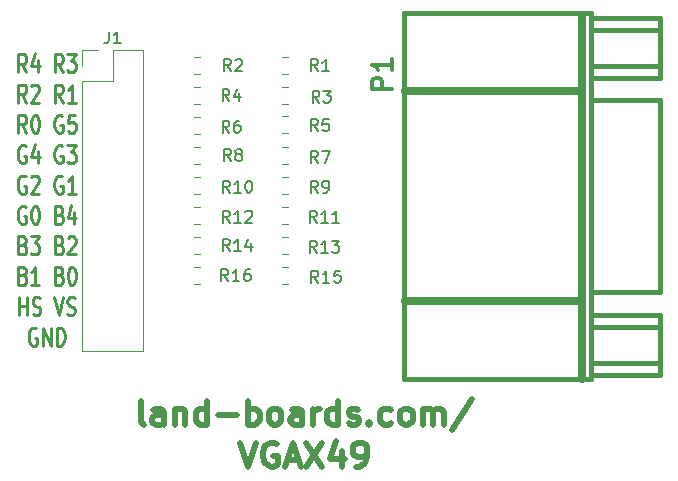
<source format=gto>
G04 #@! TF.GenerationSoftware,KiCad,Pcbnew,(5.0.2)-1*
G04 #@! TF.CreationDate,2019-11-20T06:23:08-05:00*
G04 #@! TF.ProjectId,VGAX49,56474158-3439-42e6-9b69-6361645f7063,X1*
G04 #@! TF.SameCoordinates,Original*
G04 #@! TF.FileFunction,Legend,Top*
G04 #@! TF.FilePolarity,Positive*
%FSLAX46Y46*%
G04 Gerber Fmt 4.6, Leading zero omitted, Abs format (unit mm)*
G04 Created by KiCad (PCBNEW (5.0.2)-1) date 11/20/2019 6:23:08 AM*
%MOMM*%
%LPD*%
G01*
G04 APERTURE LIST*
%ADD10C,0.285750*%
%ADD11C,0.508000*%
%ADD12C,0.120000*%
%ADD13C,0.650000*%
%ADD14C,0.381000*%
%ADD15C,0.150000*%
%ADD16C,0.317500*%
G04 APERTURE END LIST*
D10*
X11593285Y-24295553D02*
X11212285Y-23569839D01*
X10940142Y-24295553D02*
X10940142Y-22771553D01*
X11375571Y-22771553D01*
X11484428Y-22844125D01*
X11538857Y-22916696D01*
X11593285Y-23061839D01*
X11593285Y-23279553D01*
X11538857Y-23424696D01*
X11484428Y-23497267D01*
X11375571Y-23569839D01*
X10940142Y-23569839D01*
X12573000Y-23279553D02*
X12573000Y-24295553D01*
X12300857Y-22698982D02*
X12028714Y-23787553D01*
X12736285Y-23787553D01*
X14695714Y-24295553D02*
X14314714Y-23569839D01*
X14042571Y-24295553D02*
X14042571Y-22771553D01*
X14478000Y-22771553D01*
X14586857Y-22844125D01*
X14641285Y-22916696D01*
X14695714Y-23061839D01*
X14695714Y-23279553D01*
X14641285Y-23424696D01*
X14586857Y-23497267D01*
X14478000Y-23569839D01*
X14042571Y-23569839D01*
X15076714Y-22771553D02*
X15784285Y-22771553D01*
X15403285Y-23352125D01*
X15566571Y-23352125D01*
X15675428Y-23424696D01*
X15729857Y-23497267D01*
X15784285Y-23642410D01*
X15784285Y-24005267D01*
X15729857Y-24150410D01*
X15675428Y-24222982D01*
X15566571Y-24295553D01*
X15240000Y-24295553D01*
X15131142Y-24222982D01*
X15076714Y-24150410D01*
X11593285Y-26867303D02*
X11212285Y-26141589D01*
X10940142Y-26867303D02*
X10940142Y-25343303D01*
X11375571Y-25343303D01*
X11484428Y-25415875D01*
X11538857Y-25488446D01*
X11593285Y-25633589D01*
X11593285Y-25851303D01*
X11538857Y-25996446D01*
X11484428Y-26069017D01*
X11375571Y-26141589D01*
X10940142Y-26141589D01*
X12028714Y-25488446D02*
X12083142Y-25415875D01*
X12192000Y-25343303D01*
X12464142Y-25343303D01*
X12573000Y-25415875D01*
X12627428Y-25488446D01*
X12681857Y-25633589D01*
X12681857Y-25778732D01*
X12627428Y-25996446D01*
X11974285Y-26867303D01*
X12681857Y-26867303D01*
X14695714Y-26867303D02*
X14314714Y-26141589D01*
X14042571Y-26867303D02*
X14042571Y-25343303D01*
X14478000Y-25343303D01*
X14586857Y-25415875D01*
X14641285Y-25488446D01*
X14695714Y-25633589D01*
X14695714Y-25851303D01*
X14641285Y-25996446D01*
X14586857Y-26069017D01*
X14478000Y-26141589D01*
X14042571Y-26141589D01*
X15784285Y-26867303D02*
X15131142Y-26867303D01*
X15457714Y-26867303D02*
X15457714Y-25343303D01*
X15348857Y-25561017D01*
X15240000Y-25706160D01*
X15131142Y-25778732D01*
X11593285Y-29439053D02*
X11212285Y-28713339D01*
X10940142Y-29439053D02*
X10940142Y-27915053D01*
X11375571Y-27915053D01*
X11484428Y-27987625D01*
X11538857Y-28060196D01*
X11593285Y-28205339D01*
X11593285Y-28423053D01*
X11538857Y-28568196D01*
X11484428Y-28640767D01*
X11375571Y-28713339D01*
X10940142Y-28713339D01*
X12300857Y-27915053D02*
X12409714Y-27915053D01*
X12518571Y-27987625D01*
X12573000Y-28060196D01*
X12627428Y-28205339D01*
X12681857Y-28495625D01*
X12681857Y-28858482D01*
X12627428Y-29148767D01*
X12573000Y-29293910D01*
X12518571Y-29366482D01*
X12409714Y-29439053D01*
X12300857Y-29439053D01*
X12192000Y-29366482D01*
X12137571Y-29293910D01*
X12083142Y-29148767D01*
X12028714Y-28858482D01*
X12028714Y-28495625D01*
X12083142Y-28205339D01*
X12137571Y-28060196D01*
X12192000Y-27987625D01*
X12300857Y-27915053D01*
X14641285Y-27987625D02*
X14532428Y-27915053D01*
X14369142Y-27915053D01*
X14205857Y-27987625D01*
X14097000Y-28132767D01*
X14042571Y-28277910D01*
X13988142Y-28568196D01*
X13988142Y-28785910D01*
X14042571Y-29076196D01*
X14097000Y-29221339D01*
X14205857Y-29366482D01*
X14369142Y-29439053D01*
X14478000Y-29439053D01*
X14641285Y-29366482D01*
X14695714Y-29293910D01*
X14695714Y-28785910D01*
X14478000Y-28785910D01*
X15729857Y-27915053D02*
X15185571Y-27915053D01*
X15131142Y-28640767D01*
X15185571Y-28568196D01*
X15294428Y-28495625D01*
X15566571Y-28495625D01*
X15675428Y-28568196D01*
X15729857Y-28640767D01*
X15784285Y-28785910D01*
X15784285Y-29148767D01*
X15729857Y-29293910D01*
X15675428Y-29366482D01*
X15566571Y-29439053D01*
X15294428Y-29439053D01*
X15185571Y-29366482D01*
X15131142Y-29293910D01*
X11538857Y-30559375D02*
X11430000Y-30486803D01*
X11266714Y-30486803D01*
X11103428Y-30559375D01*
X10994571Y-30704517D01*
X10940142Y-30849660D01*
X10885714Y-31139946D01*
X10885714Y-31357660D01*
X10940142Y-31647946D01*
X10994571Y-31793089D01*
X11103428Y-31938232D01*
X11266714Y-32010803D01*
X11375571Y-32010803D01*
X11538857Y-31938232D01*
X11593285Y-31865660D01*
X11593285Y-31357660D01*
X11375571Y-31357660D01*
X12573000Y-30994803D02*
X12573000Y-32010803D01*
X12300857Y-30414232D02*
X12028714Y-31502803D01*
X12736285Y-31502803D01*
X14641285Y-30559375D02*
X14532428Y-30486803D01*
X14369142Y-30486803D01*
X14205857Y-30559375D01*
X14097000Y-30704517D01*
X14042571Y-30849660D01*
X13988142Y-31139946D01*
X13988142Y-31357660D01*
X14042571Y-31647946D01*
X14097000Y-31793089D01*
X14205857Y-31938232D01*
X14369142Y-32010803D01*
X14478000Y-32010803D01*
X14641285Y-31938232D01*
X14695714Y-31865660D01*
X14695714Y-31357660D01*
X14478000Y-31357660D01*
X15076714Y-30486803D02*
X15784285Y-30486803D01*
X15403285Y-31067375D01*
X15566571Y-31067375D01*
X15675428Y-31139946D01*
X15729857Y-31212517D01*
X15784285Y-31357660D01*
X15784285Y-31720517D01*
X15729857Y-31865660D01*
X15675428Y-31938232D01*
X15566571Y-32010803D01*
X15240000Y-32010803D01*
X15131142Y-31938232D01*
X15076714Y-31865660D01*
X11538857Y-33131125D02*
X11430000Y-33058553D01*
X11266714Y-33058553D01*
X11103428Y-33131125D01*
X10994571Y-33276267D01*
X10940142Y-33421410D01*
X10885714Y-33711696D01*
X10885714Y-33929410D01*
X10940142Y-34219696D01*
X10994571Y-34364839D01*
X11103428Y-34509982D01*
X11266714Y-34582553D01*
X11375571Y-34582553D01*
X11538857Y-34509982D01*
X11593285Y-34437410D01*
X11593285Y-33929410D01*
X11375571Y-33929410D01*
X12028714Y-33203696D02*
X12083142Y-33131125D01*
X12192000Y-33058553D01*
X12464142Y-33058553D01*
X12573000Y-33131125D01*
X12627428Y-33203696D01*
X12681857Y-33348839D01*
X12681857Y-33493982D01*
X12627428Y-33711696D01*
X11974285Y-34582553D01*
X12681857Y-34582553D01*
X14641285Y-33131125D02*
X14532428Y-33058553D01*
X14369142Y-33058553D01*
X14205857Y-33131125D01*
X14097000Y-33276267D01*
X14042571Y-33421410D01*
X13988142Y-33711696D01*
X13988142Y-33929410D01*
X14042571Y-34219696D01*
X14097000Y-34364839D01*
X14205857Y-34509982D01*
X14369142Y-34582553D01*
X14478000Y-34582553D01*
X14641285Y-34509982D01*
X14695714Y-34437410D01*
X14695714Y-33929410D01*
X14478000Y-33929410D01*
X15784285Y-34582553D02*
X15131142Y-34582553D01*
X15457714Y-34582553D02*
X15457714Y-33058553D01*
X15348857Y-33276267D01*
X15240000Y-33421410D01*
X15131142Y-33493982D01*
X11538857Y-35702875D02*
X11430000Y-35630303D01*
X11266714Y-35630303D01*
X11103428Y-35702875D01*
X10994571Y-35848017D01*
X10940142Y-35993160D01*
X10885714Y-36283446D01*
X10885714Y-36501160D01*
X10940142Y-36791446D01*
X10994571Y-36936589D01*
X11103428Y-37081732D01*
X11266714Y-37154303D01*
X11375571Y-37154303D01*
X11538857Y-37081732D01*
X11593285Y-37009160D01*
X11593285Y-36501160D01*
X11375571Y-36501160D01*
X12300857Y-35630303D02*
X12409714Y-35630303D01*
X12518571Y-35702875D01*
X12573000Y-35775446D01*
X12627428Y-35920589D01*
X12681857Y-36210875D01*
X12681857Y-36573732D01*
X12627428Y-36864017D01*
X12573000Y-37009160D01*
X12518571Y-37081732D01*
X12409714Y-37154303D01*
X12300857Y-37154303D01*
X12192000Y-37081732D01*
X12137571Y-37009160D01*
X12083142Y-36864017D01*
X12028714Y-36573732D01*
X12028714Y-36210875D01*
X12083142Y-35920589D01*
X12137571Y-35775446D01*
X12192000Y-35702875D01*
X12300857Y-35630303D01*
X14423571Y-36356017D02*
X14586857Y-36428589D01*
X14641285Y-36501160D01*
X14695714Y-36646303D01*
X14695714Y-36864017D01*
X14641285Y-37009160D01*
X14586857Y-37081732D01*
X14478000Y-37154303D01*
X14042571Y-37154303D01*
X14042571Y-35630303D01*
X14423571Y-35630303D01*
X14532428Y-35702875D01*
X14586857Y-35775446D01*
X14641285Y-35920589D01*
X14641285Y-36065732D01*
X14586857Y-36210875D01*
X14532428Y-36283446D01*
X14423571Y-36356017D01*
X14042571Y-36356017D01*
X15675428Y-36138303D02*
X15675428Y-37154303D01*
X15403285Y-35557732D02*
X15131142Y-36646303D01*
X15838714Y-36646303D01*
X11321142Y-38927767D02*
X11484428Y-39000339D01*
X11538857Y-39072910D01*
X11593285Y-39218053D01*
X11593285Y-39435767D01*
X11538857Y-39580910D01*
X11484428Y-39653482D01*
X11375571Y-39726053D01*
X10940142Y-39726053D01*
X10940142Y-38202053D01*
X11321142Y-38202053D01*
X11430000Y-38274625D01*
X11484428Y-38347196D01*
X11538857Y-38492339D01*
X11538857Y-38637482D01*
X11484428Y-38782625D01*
X11430000Y-38855196D01*
X11321142Y-38927767D01*
X10940142Y-38927767D01*
X11974285Y-38202053D02*
X12681857Y-38202053D01*
X12300857Y-38782625D01*
X12464142Y-38782625D01*
X12573000Y-38855196D01*
X12627428Y-38927767D01*
X12681857Y-39072910D01*
X12681857Y-39435767D01*
X12627428Y-39580910D01*
X12573000Y-39653482D01*
X12464142Y-39726053D01*
X12137571Y-39726053D01*
X12028714Y-39653482D01*
X11974285Y-39580910D01*
X14423571Y-38927767D02*
X14586857Y-39000339D01*
X14641285Y-39072910D01*
X14695714Y-39218053D01*
X14695714Y-39435767D01*
X14641285Y-39580910D01*
X14586857Y-39653482D01*
X14478000Y-39726053D01*
X14042571Y-39726053D01*
X14042571Y-38202053D01*
X14423571Y-38202053D01*
X14532428Y-38274625D01*
X14586857Y-38347196D01*
X14641285Y-38492339D01*
X14641285Y-38637482D01*
X14586857Y-38782625D01*
X14532428Y-38855196D01*
X14423571Y-38927767D01*
X14042571Y-38927767D01*
X15131142Y-38347196D02*
X15185571Y-38274625D01*
X15294428Y-38202053D01*
X15566571Y-38202053D01*
X15675428Y-38274625D01*
X15729857Y-38347196D01*
X15784285Y-38492339D01*
X15784285Y-38637482D01*
X15729857Y-38855196D01*
X15076714Y-39726053D01*
X15784285Y-39726053D01*
X11321142Y-41499517D02*
X11484428Y-41572089D01*
X11538857Y-41644660D01*
X11593285Y-41789803D01*
X11593285Y-42007517D01*
X11538857Y-42152660D01*
X11484428Y-42225232D01*
X11375571Y-42297803D01*
X10940142Y-42297803D01*
X10940142Y-40773803D01*
X11321142Y-40773803D01*
X11430000Y-40846375D01*
X11484428Y-40918946D01*
X11538857Y-41064089D01*
X11538857Y-41209232D01*
X11484428Y-41354375D01*
X11430000Y-41426946D01*
X11321142Y-41499517D01*
X10940142Y-41499517D01*
X12681857Y-42297803D02*
X12028714Y-42297803D01*
X12355285Y-42297803D02*
X12355285Y-40773803D01*
X12246428Y-40991517D01*
X12137571Y-41136660D01*
X12028714Y-41209232D01*
X14423571Y-41499517D02*
X14586857Y-41572089D01*
X14641285Y-41644660D01*
X14695714Y-41789803D01*
X14695714Y-42007517D01*
X14641285Y-42152660D01*
X14586857Y-42225232D01*
X14478000Y-42297803D01*
X14042571Y-42297803D01*
X14042571Y-40773803D01*
X14423571Y-40773803D01*
X14532428Y-40846375D01*
X14586857Y-40918946D01*
X14641285Y-41064089D01*
X14641285Y-41209232D01*
X14586857Y-41354375D01*
X14532428Y-41426946D01*
X14423571Y-41499517D01*
X14042571Y-41499517D01*
X15403285Y-40773803D02*
X15512142Y-40773803D01*
X15621000Y-40846375D01*
X15675428Y-40918946D01*
X15729857Y-41064089D01*
X15784285Y-41354375D01*
X15784285Y-41717232D01*
X15729857Y-42007517D01*
X15675428Y-42152660D01*
X15621000Y-42225232D01*
X15512142Y-42297803D01*
X15403285Y-42297803D01*
X15294428Y-42225232D01*
X15240000Y-42152660D01*
X15185571Y-42007517D01*
X15131142Y-41717232D01*
X15131142Y-41354375D01*
X15185571Y-41064089D01*
X15240000Y-40918946D01*
X15294428Y-40846375D01*
X15403285Y-40773803D01*
X10994571Y-44869553D02*
X10994571Y-43345553D01*
X10994571Y-44071267D02*
X11647714Y-44071267D01*
X11647714Y-44869553D02*
X11647714Y-43345553D01*
X12137571Y-44796982D02*
X12300857Y-44869553D01*
X12573000Y-44869553D01*
X12681857Y-44796982D01*
X12736285Y-44724410D01*
X12790714Y-44579267D01*
X12790714Y-44434125D01*
X12736285Y-44288982D01*
X12681857Y-44216410D01*
X12573000Y-44143839D01*
X12355285Y-44071267D01*
X12246428Y-43998696D01*
X12192000Y-43926125D01*
X12137571Y-43780982D01*
X12137571Y-43635839D01*
X12192000Y-43490696D01*
X12246428Y-43418125D01*
X12355285Y-43345553D01*
X12627428Y-43345553D01*
X12790714Y-43418125D01*
X13988142Y-43345553D02*
X14369142Y-44869553D01*
X14750142Y-43345553D01*
X15076714Y-44796982D02*
X15240000Y-44869553D01*
X15512142Y-44869553D01*
X15621000Y-44796982D01*
X15675428Y-44724410D01*
X15729857Y-44579267D01*
X15729857Y-44434125D01*
X15675428Y-44288982D01*
X15621000Y-44216410D01*
X15512142Y-44143839D01*
X15294428Y-44071267D01*
X15185571Y-43998696D01*
X15131142Y-43926125D01*
X15076714Y-43780982D01*
X15076714Y-43635839D01*
X15131142Y-43490696D01*
X15185571Y-43418125D01*
X15294428Y-43345553D01*
X15566571Y-43345553D01*
X15729857Y-43418125D01*
X12464142Y-45989875D02*
X12355285Y-45917303D01*
X12192000Y-45917303D01*
X12028714Y-45989875D01*
X11919857Y-46135017D01*
X11865428Y-46280160D01*
X11811000Y-46570446D01*
X11811000Y-46788160D01*
X11865428Y-47078446D01*
X11919857Y-47223589D01*
X12028714Y-47368732D01*
X12192000Y-47441303D01*
X12300857Y-47441303D01*
X12464142Y-47368732D01*
X12518571Y-47296160D01*
X12518571Y-46788160D01*
X12300857Y-46788160D01*
X13008428Y-47441303D02*
X13008428Y-45917303D01*
X13661571Y-47441303D01*
X13661571Y-45917303D01*
X14205857Y-47441303D02*
X14205857Y-45917303D01*
X14478000Y-45917303D01*
X14641285Y-45989875D01*
X14750142Y-46135017D01*
X14804571Y-46280160D01*
X14859000Y-46570446D01*
X14859000Y-46788160D01*
X14804571Y-47078446D01*
X14750142Y-47223589D01*
X14641285Y-47368732D01*
X14478000Y-47441303D01*
X14205857Y-47441303D01*
D11*
X21583952Y-54132238D02*
X21390428Y-54035476D01*
X21293666Y-53841952D01*
X21293666Y-52100238D01*
X23228904Y-54132238D02*
X23228904Y-53067857D01*
X23132142Y-52874333D01*
X22938619Y-52777571D01*
X22551571Y-52777571D01*
X22358047Y-52874333D01*
X23228904Y-54035476D02*
X23035380Y-54132238D01*
X22551571Y-54132238D01*
X22358047Y-54035476D01*
X22261285Y-53841952D01*
X22261285Y-53648428D01*
X22358047Y-53454904D01*
X22551571Y-53358142D01*
X23035380Y-53358142D01*
X23228904Y-53261380D01*
X24196523Y-52777571D02*
X24196523Y-54132238D01*
X24196523Y-52971095D02*
X24293285Y-52874333D01*
X24486809Y-52777571D01*
X24777095Y-52777571D01*
X24970619Y-52874333D01*
X25067380Y-53067857D01*
X25067380Y-54132238D01*
X26905857Y-54132238D02*
X26905857Y-52100238D01*
X26905857Y-54035476D02*
X26712333Y-54132238D01*
X26325285Y-54132238D01*
X26131761Y-54035476D01*
X26035000Y-53938714D01*
X25938238Y-53745190D01*
X25938238Y-53164619D01*
X26035000Y-52971095D01*
X26131761Y-52874333D01*
X26325285Y-52777571D01*
X26712333Y-52777571D01*
X26905857Y-52874333D01*
X27873476Y-53358142D02*
X29421666Y-53358142D01*
X30389285Y-54132238D02*
X30389285Y-52100238D01*
X30389285Y-52874333D02*
X30582809Y-52777571D01*
X30969857Y-52777571D01*
X31163380Y-52874333D01*
X31260142Y-52971095D01*
X31356904Y-53164619D01*
X31356904Y-53745190D01*
X31260142Y-53938714D01*
X31163380Y-54035476D01*
X30969857Y-54132238D01*
X30582809Y-54132238D01*
X30389285Y-54035476D01*
X32518047Y-54132238D02*
X32324523Y-54035476D01*
X32227761Y-53938714D01*
X32131000Y-53745190D01*
X32131000Y-53164619D01*
X32227761Y-52971095D01*
X32324523Y-52874333D01*
X32518047Y-52777571D01*
X32808333Y-52777571D01*
X33001857Y-52874333D01*
X33098619Y-52971095D01*
X33195380Y-53164619D01*
X33195380Y-53745190D01*
X33098619Y-53938714D01*
X33001857Y-54035476D01*
X32808333Y-54132238D01*
X32518047Y-54132238D01*
X34937095Y-54132238D02*
X34937095Y-53067857D01*
X34840333Y-52874333D01*
X34646809Y-52777571D01*
X34259761Y-52777571D01*
X34066238Y-52874333D01*
X34937095Y-54035476D02*
X34743571Y-54132238D01*
X34259761Y-54132238D01*
X34066238Y-54035476D01*
X33969476Y-53841952D01*
X33969476Y-53648428D01*
X34066238Y-53454904D01*
X34259761Y-53358142D01*
X34743571Y-53358142D01*
X34937095Y-53261380D01*
X35904714Y-54132238D02*
X35904714Y-52777571D01*
X35904714Y-53164619D02*
X36001476Y-52971095D01*
X36098238Y-52874333D01*
X36291761Y-52777571D01*
X36485285Y-52777571D01*
X38033476Y-54132238D02*
X38033476Y-52100238D01*
X38033476Y-54035476D02*
X37839952Y-54132238D01*
X37452904Y-54132238D01*
X37259380Y-54035476D01*
X37162619Y-53938714D01*
X37065857Y-53745190D01*
X37065857Y-53164619D01*
X37162619Y-52971095D01*
X37259380Y-52874333D01*
X37452904Y-52777571D01*
X37839952Y-52777571D01*
X38033476Y-52874333D01*
X38904333Y-54035476D02*
X39097857Y-54132238D01*
X39484904Y-54132238D01*
X39678428Y-54035476D01*
X39775190Y-53841952D01*
X39775190Y-53745190D01*
X39678428Y-53551666D01*
X39484904Y-53454904D01*
X39194619Y-53454904D01*
X39001095Y-53358142D01*
X38904333Y-53164619D01*
X38904333Y-53067857D01*
X39001095Y-52874333D01*
X39194619Y-52777571D01*
X39484904Y-52777571D01*
X39678428Y-52874333D01*
X40646047Y-53938714D02*
X40742809Y-54035476D01*
X40646047Y-54132238D01*
X40549285Y-54035476D01*
X40646047Y-53938714D01*
X40646047Y-54132238D01*
X42484523Y-54035476D02*
X42291000Y-54132238D01*
X41903952Y-54132238D01*
X41710428Y-54035476D01*
X41613666Y-53938714D01*
X41516904Y-53745190D01*
X41516904Y-53164619D01*
X41613666Y-52971095D01*
X41710428Y-52874333D01*
X41903952Y-52777571D01*
X42291000Y-52777571D01*
X42484523Y-52874333D01*
X43645666Y-54132238D02*
X43452142Y-54035476D01*
X43355380Y-53938714D01*
X43258619Y-53745190D01*
X43258619Y-53164619D01*
X43355380Y-52971095D01*
X43452142Y-52874333D01*
X43645666Y-52777571D01*
X43935952Y-52777571D01*
X44129476Y-52874333D01*
X44226238Y-52971095D01*
X44323000Y-53164619D01*
X44323000Y-53745190D01*
X44226238Y-53938714D01*
X44129476Y-54035476D01*
X43935952Y-54132238D01*
X43645666Y-54132238D01*
X45193857Y-54132238D02*
X45193857Y-52777571D01*
X45193857Y-52971095D02*
X45290619Y-52874333D01*
X45484142Y-52777571D01*
X45774428Y-52777571D01*
X45967952Y-52874333D01*
X46064714Y-53067857D01*
X46064714Y-54132238D01*
X46064714Y-53067857D02*
X46161476Y-52874333D01*
X46355000Y-52777571D01*
X46645285Y-52777571D01*
X46838809Y-52874333D01*
X46935571Y-53067857D01*
X46935571Y-54132238D01*
X49354619Y-52003476D02*
X47612904Y-54616047D01*
X29711952Y-55656238D02*
X30389285Y-57688238D01*
X31066619Y-55656238D01*
X32808333Y-55753000D02*
X32614809Y-55656238D01*
X32324523Y-55656238D01*
X32034238Y-55753000D01*
X31840714Y-55946523D01*
X31743952Y-56140047D01*
X31647190Y-56527095D01*
X31647190Y-56817380D01*
X31743952Y-57204428D01*
X31840714Y-57397952D01*
X32034238Y-57591476D01*
X32324523Y-57688238D01*
X32518047Y-57688238D01*
X32808333Y-57591476D01*
X32905095Y-57494714D01*
X32905095Y-56817380D01*
X32518047Y-56817380D01*
X33679190Y-57107666D02*
X34646809Y-57107666D01*
X33485666Y-57688238D02*
X34163000Y-55656238D01*
X34840333Y-57688238D01*
X35324142Y-55656238D02*
X36678809Y-57688238D01*
X36678809Y-55656238D02*
X35324142Y-57688238D01*
X38323761Y-56333571D02*
X38323761Y-57688238D01*
X37839952Y-55559476D02*
X37356142Y-57010904D01*
X38614047Y-57010904D01*
X39484904Y-57688238D02*
X39871952Y-57688238D01*
X40065476Y-57591476D01*
X40162238Y-57494714D01*
X40355761Y-57204428D01*
X40452523Y-56817380D01*
X40452523Y-56043285D01*
X40355761Y-55849761D01*
X40259000Y-55753000D01*
X40065476Y-55656238D01*
X39678428Y-55656238D01*
X39484904Y-55753000D01*
X39388142Y-55849761D01*
X39291380Y-56043285D01*
X39291380Y-56527095D01*
X39388142Y-56720619D01*
X39484904Y-56817380D01*
X39678428Y-56914142D01*
X40065476Y-56914142D01*
X40259000Y-56817380D01*
X40355761Y-56720619D01*
X40452523Y-56527095D01*
D12*
G04 #@! TO.C,J1*
X16323000Y-47939000D02*
X21523000Y-47939000D01*
X16323000Y-25019000D02*
X16323000Y-47939000D01*
X21523000Y-22419000D02*
X21523000Y-47939000D01*
X16323000Y-25019000D02*
X18923000Y-25019000D01*
X18923000Y-25019000D02*
X18923000Y-22419000D01*
X18923000Y-22419000D02*
X21523000Y-22419000D01*
X16323000Y-23749000D02*
X16323000Y-22419000D01*
X16323000Y-22419000D02*
X17653000Y-22419000D01*
D13*
G04 #@! TO.C,P1*
X43688000Y-25908000D02*
X58674000Y-25908000D01*
X43688000Y-43688000D02*
X58420000Y-43688000D01*
X58674000Y-50292000D02*
X58674000Y-19558000D01*
D14*
X43688000Y-19304000D02*
X59182000Y-19304000D01*
X43688000Y-50292000D02*
X59182000Y-50292000D01*
X59436000Y-44831000D02*
X65278000Y-44831000D01*
X43614340Y-19304000D02*
X43614340Y-50292000D01*
X59436000Y-45847000D02*
X65278000Y-45847000D01*
X59436000Y-48895000D02*
X65278000Y-48895000D01*
X59436000Y-20701000D02*
X65278000Y-20701000D01*
X59436000Y-23749000D02*
X65278000Y-23749000D01*
X59436000Y-24765000D02*
X65278000Y-24765000D01*
X65278000Y-24765000D02*
X65278000Y-19685000D01*
X65278000Y-19685000D02*
X59563000Y-19685000D01*
X59436000Y-49911000D02*
X65278000Y-49911000D01*
X65278000Y-49911000D02*
X65278000Y-44831000D01*
X59436000Y-42926000D02*
X65278000Y-42926000D01*
X65278000Y-42926000D02*
X65278000Y-26670000D01*
X65278000Y-26670000D02*
X59436000Y-26670000D01*
X59436000Y-50292000D02*
X59436000Y-19304000D01*
D12*
G04 #@! TO.C,R1*
X33789252Y-24459000D02*
X33266748Y-24459000D01*
X33789252Y-23039000D02*
X33266748Y-23039000D01*
G04 #@! TO.C,R2*
X26296252Y-23039000D02*
X25773748Y-23039000D01*
X26296252Y-24459000D02*
X25773748Y-24459000D01*
G04 #@! TO.C,R3*
X33789252Y-26999000D02*
X33266748Y-26999000D01*
X33789252Y-25579000D02*
X33266748Y-25579000D01*
G04 #@! TO.C,R4*
X26296252Y-25579000D02*
X25773748Y-25579000D01*
X26296252Y-26999000D02*
X25773748Y-26999000D01*
G04 #@! TO.C,R5*
X33789252Y-29412000D02*
X33266748Y-29412000D01*
X33789252Y-27992000D02*
X33266748Y-27992000D01*
G04 #@! TO.C,R6*
X26296252Y-29539000D02*
X25773748Y-29539000D01*
X26296252Y-28119000D02*
X25773748Y-28119000D01*
G04 #@! TO.C,R7*
X33789252Y-30659000D02*
X33266748Y-30659000D01*
X33789252Y-32079000D02*
X33266748Y-32079000D01*
G04 #@! TO.C,R8*
X26296252Y-32079000D02*
X25773748Y-32079000D01*
X26296252Y-30659000D02*
X25773748Y-30659000D01*
G04 #@! TO.C,R9*
X33789252Y-33199000D02*
X33266748Y-33199000D01*
X33789252Y-34619000D02*
X33266748Y-34619000D01*
G04 #@! TO.C,R10*
X26296252Y-34619000D02*
X25773748Y-34619000D01*
X26296252Y-33199000D02*
X25773748Y-33199000D01*
G04 #@! TO.C,R11*
X33789252Y-35739000D02*
X33266748Y-35739000D01*
X33789252Y-37159000D02*
X33266748Y-37159000D01*
G04 #@! TO.C,R12*
X26296252Y-37159000D02*
X25773748Y-37159000D01*
X26296252Y-35739000D02*
X25773748Y-35739000D01*
G04 #@! TO.C,R13*
X33789252Y-38279000D02*
X33266748Y-38279000D01*
X33789252Y-39699000D02*
X33266748Y-39699000D01*
G04 #@! TO.C,R14*
X26296252Y-38279000D02*
X25773748Y-38279000D01*
X26296252Y-39699000D02*
X25773748Y-39699000D01*
G04 #@! TO.C,R15*
X33789252Y-42239000D02*
X33266748Y-42239000D01*
X33789252Y-40819000D02*
X33266748Y-40819000D01*
G04 #@! TO.C,R16*
X26296252Y-40819000D02*
X25773748Y-40819000D01*
X26296252Y-42239000D02*
X25773748Y-42239000D01*
G04 #@! TO.C,J1*
D15*
X18589666Y-20871380D02*
X18589666Y-21585666D01*
X18542047Y-21728523D01*
X18446809Y-21823761D01*
X18303952Y-21871380D01*
X18208714Y-21871380D01*
X19589666Y-21871380D02*
X19018238Y-21871380D01*
X19303952Y-21871380D02*
X19303952Y-20871380D01*
X19208714Y-21014238D01*
X19113476Y-21109476D01*
X19018238Y-21157095D01*
G04 #@! TO.C,P1*
D16*
X42529880Y-25704195D02*
X40878880Y-25704195D01*
X40878880Y-25075242D01*
X40957500Y-24918004D01*
X41036119Y-24839385D01*
X41193357Y-24760766D01*
X41429214Y-24760766D01*
X41586452Y-24839385D01*
X41665071Y-24918004D01*
X41743690Y-25075242D01*
X41743690Y-25704195D01*
X42529880Y-23188385D02*
X42529880Y-24131814D01*
X42529880Y-23660100D02*
X40878880Y-23660100D01*
X41114738Y-23817338D01*
X41271976Y-23974576D01*
X41350595Y-24131814D01*
G04 #@! TO.C,R1*
D15*
X36282333Y-24201380D02*
X35949000Y-23725190D01*
X35710904Y-24201380D02*
X35710904Y-23201380D01*
X36091857Y-23201380D01*
X36187095Y-23249000D01*
X36234714Y-23296619D01*
X36282333Y-23391857D01*
X36282333Y-23534714D01*
X36234714Y-23629952D01*
X36187095Y-23677571D01*
X36091857Y-23725190D01*
X35710904Y-23725190D01*
X37234714Y-24201380D02*
X36663285Y-24201380D01*
X36949000Y-24201380D02*
X36949000Y-23201380D01*
X36853761Y-23344238D01*
X36758523Y-23439476D01*
X36663285Y-23487095D01*
G04 #@! TO.C,R2*
X28916333Y-24201380D02*
X28583000Y-23725190D01*
X28344904Y-24201380D02*
X28344904Y-23201380D01*
X28725857Y-23201380D01*
X28821095Y-23249000D01*
X28868714Y-23296619D01*
X28916333Y-23391857D01*
X28916333Y-23534714D01*
X28868714Y-23629952D01*
X28821095Y-23677571D01*
X28725857Y-23725190D01*
X28344904Y-23725190D01*
X29297285Y-23296619D02*
X29344904Y-23249000D01*
X29440142Y-23201380D01*
X29678238Y-23201380D01*
X29773476Y-23249000D01*
X29821095Y-23296619D01*
X29868714Y-23391857D01*
X29868714Y-23487095D01*
X29821095Y-23629952D01*
X29249666Y-24201380D01*
X29868714Y-24201380D01*
G04 #@! TO.C,R3*
X36409333Y-26868380D02*
X36076000Y-26392190D01*
X35837904Y-26868380D02*
X35837904Y-25868380D01*
X36218857Y-25868380D01*
X36314095Y-25916000D01*
X36361714Y-25963619D01*
X36409333Y-26058857D01*
X36409333Y-26201714D01*
X36361714Y-26296952D01*
X36314095Y-26344571D01*
X36218857Y-26392190D01*
X35837904Y-26392190D01*
X36742666Y-25868380D02*
X37361714Y-25868380D01*
X37028380Y-26249333D01*
X37171238Y-26249333D01*
X37266476Y-26296952D01*
X37314095Y-26344571D01*
X37361714Y-26439809D01*
X37361714Y-26677904D01*
X37314095Y-26773142D01*
X37266476Y-26820761D01*
X37171238Y-26868380D01*
X36885523Y-26868380D01*
X36790285Y-26820761D01*
X36742666Y-26773142D01*
G04 #@! TO.C,R4*
X28789333Y-26741380D02*
X28456000Y-26265190D01*
X28217904Y-26741380D02*
X28217904Y-25741380D01*
X28598857Y-25741380D01*
X28694095Y-25789000D01*
X28741714Y-25836619D01*
X28789333Y-25931857D01*
X28789333Y-26074714D01*
X28741714Y-26169952D01*
X28694095Y-26217571D01*
X28598857Y-26265190D01*
X28217904Y-26265190D01*
X29646476Y-26074714D02*
X29646476Y-26741380D01*
X29408380Y-25693761D02*
X29170285Y-26408047D01*
X29789333Y-26408047D01*
G04 #@! TO.C,R5*
X36282333Y-29281380D02*
X35949000Y-28805190D01*
X35710904Y-29281380D02*
X35710904Y-28281380D01*
X36091857Y-28281380D01*
X36187095Y-28329000D01*
X36234714Y-28376619D01*
X36282333Y-28471857D01*
X36282333Y-28614714D01*
X36234714Y-28709952D01*
X36187095Y-28757571D01*
X36091857Y-28805190D01*
X35710904Y-28805190D01*
X37187095Y-28281380D02*
X36710904Y-28281380D01*
X36663285Y-28757571D01*
X36710904Y-28709952D01*
X36806142Y-28662333D01*
X37044238Y-28662333D01*
X37139476Y-28709952D01*
X37187095Y-28757571D01*
X37234714Y-28852809D01*
X37234714Y-29090904D01*
X37187095Y-29186142D01*
X37139476Y-29233761D01*
X37044238Y-29281380D01*
X36806142Y-29281380D01*
X36710904Y-29233761D01*
X36663285Y-29186142D01*
G04 #@! TO.C,R6*
X28789333Y-29408380D02*
X28456000Y-28932190D01*
X28217904Y-29408380D02*
X28217904Y-28408380D01*
X28598857Y-28408380D01*
X28694095Y-28456000D01*
X28741714Y-28503619D01*
X28789333Y-28598857D01*
X28789333Y-28741714D01*
X28741714Y-28836952D01*
X28694095Y-28884571D01*
X28598857Y-28932190D01*
X28217904Y-28932190D01*
X29646476Y-28408380D02*
X29456000Y-28408380D01*
X29360761Y-28456000D01*
X29313142Y-28503619D01*
X29217904Y-28646476D01*
X29170285Y-28836952D01*
X29170285Y-29217904D01*
X29217904Y-29313142D01*
X29265523Y-29360761D01*
X29360761Y-29408380D01*
X29551238Y-29408380D01*
X29646476Y-29360761D01*
X29694095Y-29313142D01*
X29741714Y-29217904D01*
X29741714Y-28979809D01*
X29694095Y-28884571D01*
X29646476Y-28836952D01*
X29551238Y-28789333D01*
X29360761Y-28789333D01*
X29265523Y-28836952D01*
X29217904Y-28884571D01*
X29170285Y-28979809D01*
G04 #@! TO.C,R7*
X36282333Y-31948380D02*
X35949000Y-31472190D01*
X35710904Y-31948380D02*
X35710904Y-30948380D01*
X36091857Y-30948380D01*
X36187095Y-30996000D01*
X36234714Y-31043619D01*
X36282333Y-31138857D01*
X36282333Y-31281714D01*
X36234714Y-31376952D01*
X36187095Y-31424571D01*
X36091857Y-31472190D01*
X35710904Y-31472190D01*
X36615666Y-30948380D02*
X37282333Y-30948380D01*
X36853761Y-31948380D01*
G04 #@! TO.C,R8*
X28916333Y-31821380D02*
X28583000Y-31345190D01*
X28344904Y-31821380D02*
X28344904Y-30821380D01*
X28725857Y-30821380D01*
X28821095Y-30869000D01*
X28868714Y-30916619D01*
X28916333Y-31011857D01*
X28916333Y-31154714D01*
X28868714Y-31249952D01*
X28821095Y-31297571D01*
X28725857Y-31345190D01*
X28344904Y-31345190D01*
X29487761Y-31249952D02*
X29392523Y-31202333D01*
X29344904Y-31154714D01*
X29297285Y-31059476D01*
X29297285Y-31011857D01*
X29344904Y-30916619D01*
X29392523Y-30869000D01*
X29487761Y-30821380D01*
X29678238Y-30821380D01*
X29773476Y-30869000D01*
X29821095Y-30916619D01*
X29868714Y-31011857D01*
X29868714Y-31059476D01*
X29821095Y-31154714D01*
X29773476Y-31202333D01*
X29678238Y-31249952D01*
X29487761Y-31249952D01*
X29392523Y-31297571D01*
X29344904Y-31345190D01*
X29297285Y-31440428D01*
X29297285Y-31630904D01*
X29344904Y-31726142D01*
X29392523Y-31773761D01*
X29487761Y-31821380D01*
X29678238Y-31821380D01*
X29773476Y-31773761D01*
X29821095Y-31726142D01*
X29868714Y-31630904D01*
X29868714Y-31440428D01*
X29821095Y-31345190D01*
X29773476Y-31297571D01*
X29678238Y-31249952D01*
G04 #@! TO.C,R9*
X36282333Y-34488380D02*
X35949000Y-34012190D01*
X35710904Y-34488380D02*
X35710904Y-33488380D01*
X36091857Y-33488380D01*
X36187095Y-33536000D01*
X36234714Y-33583619D01*
X36282333Y-33678857D01*
X36282333Y-33821714D01*
X36234714Y-33916952D01*
X36187095Y-33964571D01*
X36091857Y-34012190D01*
X35710904Y-34012190D01*
X36758523Y-34488380D02*
X36949000Y-34488380D01*
X37044238Y-34440761D01*
X37091857Y-34393142D01*
X37187095Y-34250285D01*
X37234714Y-34059809D01*
X37234714Y-33678857D01*
X37187095Y-33583619D01*
X37139476Y-33536000D01*
X37044238Y-33488380D01*
X36853761Y-33488380D01*
X36758523Y-33536000D01*
X36710904Y-33583619D01*
X36663285Y-33678857D01*
X36663285Y-33916952D01*
X36710904Y-34012190D01*
X36758523Y-34059809D01*
X36853761Y-34107428D01*
X37044238Y-34107428D01*
X37139476Y-34059809D01*
X37187095Y-34012190D01*
X37234714Y-33916952D01*
G04 #@! TO.C,R10*
X28821142Y-34488380D02*
X28487809Y-34012190D01*
X28249714Y-34488380D02*
X28249714Y-33488380D01*
X28630666Y-33488380D01*
X28725904Y-33536000D01*
X28773523Y-33583619D01*
X28821142Y-33678857D01*
X28821142Y-33821714D01*
X28773523Y-33916952D01*
X28725904Y-33964571D01*
X28630666Y-34012190D01*
X28249714Y-34012190D01*
X29773523Y-34488380D02*
X29202095Y-34488380D01*
X29487809Y-34488380D02*
X29487809Y-33488380D01*
X29392571Y-33631238D01*
X29297333Y-33726476D01*
X29202095Y-33774095D01*
X30392571Y-33488380D02*
X30487809Y-33488380D01*
X30583047Y-33536000D01*
X30630666Y-33583619D01*
X30678285Y-33678857D01*
X30725904Y-33869333D01*
X30725904Y-34107428D01*
X30678285Y-34297904D01*
X30630666Y-34393142D01*
X30583047Y-34440761D01*
X30487809Y-34488380D01*
X30392571Y-34488380D01*
X30297333Y-34440761D01*
X30249714Y-34393142D01*
X30202095Y-34297904D01*
X30154476Y-34107428D01*
X30154476Y-33869333D01*
X30202095Y-33678857D01*
X30249714Y-33583619D01*
X30297333Y-33536000D01*
X30392571Y-33488380D01*
G04 #@! TO.C,R11*
X36187142Y-37028380D02*
X35853809Y-36552190D01*
X35615714Y-37028380D02*
X35615714Y-36028380D01*
X35996666Y-36028380D01*
X36091904Y-36076000D01*
X36139523Y-36123619D01*
X36187142Y-36218857D01*
X36187142Y-36361714D01*
X36139523Y-36456952D01*
X36091904Y-36504571D01*
X35996666Y-36552190D01*
X35615714Y-36552190D01*
X37139523Y-37028380D02*
X36568095Y-37028380D01*
X36853809Y-37028380D02*
X36853809Y-36028380D01*
X36758571Y-36171238D01*
X36663333Y-36266476D01*
X36568095Y-36314095D01*
X38091904Y-37028380D02*
X37520476Y-37028380D01*
X37806190Y-37028380D02*
X37806190Y-36028380D01*
X37710952Y-36171238D01*
X37615714Y-36266476D01*
X37520476Y-36314095D01*
G04 #@! TO.C,R12*
X28821142Y-37028380D02*
X28487809Y-36552190D01*
X28249714Y-37028380D02*
X28249714Y-36028380D01*
X28630666Y-36028380D01*
X28725904Y-36076000D01*
X28773523Y-36123619D01*
X28821142Y-36218857D01*
X28821142Y-36361714D01*
X28773523Y-36456952D01*
X28725904Y-36504571D01*
X28630666Y-36552190D01*
X28249714Y-36552190D01*
X29773523Y-37028380D02*
X29202095Y-37028380D01*
X29487809Y-37028380D02*
X29487809Y-36028380D01*
X29392571Y-36171238D01*
X29297333Y-36266476D01*
X29202095Y-36314095D01*
X30154476Y-36123619D02*
X30202095Y-36076000D01*
X30297333Y-36028380D01*
X30535428Y-36028380D01*
X30630666Y-36076000D01*
X30678285Y-36123619D01*
X30725904Y-36218857D01*
X30725904Y-36314095D01*
X30678285Y-36456952D01*
X30106857Y-37028380D01*
X30725904Y-37028380D01*
G04 #@! TO.C,R13*
X36187142Y-39568380D02*
X35853809Y-39092190D01*
X35615714Y-39568380D02*
X35615714Y-38568380D01*
X35996666Y-38568380D01*
X36091904Y-38616000D01*
X36139523Y-38663619D01*
X36187142Y-38758857D01*
X36187142Y-38901714D01*
X36139523Y-38996952D01*
X36091904Y-39044571D01*
X35996666Y-39092190D01*
X35615714Y-39092190D01*
X37139523Y-39568380D02*
X36568095Y-39568380D01*
X36853809Y-39568380D02*
X36853809Y-38568380D01*
X36758571Y-38711238D01*
X36663333Y-38806476D01*
X36568095Y-38854095D01*
X37472857Y-38568380D02*
X38091904Y-38568380D01*
X37758571Y-38949333D01*
X37901428Y-38949333D01*
X37996666Y-38996952D01*
X38044285Y-39044571D01*
X38091904Y-39139809D01*
X38091904Y-39377904D01*
X38044285Y-39473142D01*
X37996666Y-39520761D01*
X37901428Y-39568380D01*
X37615714Y-39568380D01*
X37520476Y-39520761D01*
X37472857Y-39473142D01*
G04 #@! TO.C,R14*
X28821142Y-39441380D02*
X28487809Y-38965190D01*
X28249714Y-39441380D02*
X28249714Y-38441380D01*
X28630666Y-38441380D01*
X28725904Y-38489000D01*
X28773523Y-38536619D01*
X28821142Y-38631857D01*
X28821142Y-38774714D01*
X28773523Y-38869952D01*
X28725904Y-38917571D01*
X28630666Y-38965190D01*
X28249714Y-38965190D01*
X29773523Y-39441380D02*
X29202095Y-39441380D01*
X29487809Y-39441380D02*
X29487809Y-38441380D01*
X29392571Y-38584238D01*
X29297333Y-38679476D01*
X29202095Y-38727095D01*
X30630666Y-38774714D02*
X30630666Y-39441380D01*
X30392571Y-38393761D02*
X30154476Y-39108047D01*
X30773523Y-39108047D01*
G04 #@! TO.C,R15*
X36314142Y-42108380D02*
X35980809Y-41632190D01*
X35742714Y-42108380D02*
X35742714Y-41108380D01*
X36123666Y-41108380D01*
X36218904Y-41156000D01*
X36266523Y-41203619D01*
X36314142Y-41298857D01*
X36314142Y-41441714D01*
X36266523Y-41536952D01*
X36218904Y-41584571D01*
X36123666Y-41632190D01*
X35742714Y-41632190D01*
X37266523Y-42108380D02*
X36695095Y-42108380D01*
X36980809Y-42108380D02*
X36980809Y-41108380D01*
X36885571Y-41251238D01*
X36790333Y-41346476D01*
X36695095Y-41394095D01*
X38171285Y-41108380D02*
X37695095Y-41108380D01*
X37647476Y-41584571D01*
X37695095Y-41536952D01*
X37790333Y-41489333D01*
X38028428Y-41489333D01*
X38123666Y-41536952D01*
X38171285Y-41584571D01*
X38218904Y-41679809D01*
X38218904Y-41917904D01*
X38171285Y-42013142D01*
X38123666Y-42060761D01*
X38028428Y-42108380D01*
X37790333Y-42108380D01*
X37695095Y-42060761D01*
X37647476Y-42013142D01*
G04 #@! TO.C,R16*
X28694142Y-41981380D02*
X28360809Y-41505190D01*
X28122714Y-41981380D02*
X28122714Y-40981380D01*
X28503666Y-40981380D01*
X28598904Y-41029000D01*
X28646523Y-41076619D01*
X28694142Y-41171857D01*
X28694142Y-41314714D01*
X28646523Y-41409952D01*
X28598904Y-41457571D01*
X28503666Y-41505190D01*
X28122714Y-41505190D01*
X29646523Y-41981380D02*
X29075095Y-41981380D01*
X29360809Y-41981380D02*
X29360809Y-40981380D01*
X29265571Y-41124238D01*
X29170333Y-41219476D01*
X29075095Y-41267095D01*
X30503666Y-40981380D02*
X30313190Y-40981380D01*
X30217952Y-41029000D01*
X30170333Y-41076619D01*
X30075095Y-41219476D01*
X30027476Y-41409952D01*
X30027476Y-41790904D01*
X30075095Y-41886142D01*
X30122714Y-41933761D01*
X30217952Y-41981380D01*
X30408428Y-41981380D01*
X30503666Y-41933761D01*
X30551285Y-41886142D01*
X30598904Y-41790904D01*
X30598904Y-41552809D01*
X30551285Y-41457571D01*
X30503666Y-41409952D01*
X30408428Y-41362333D01*
X30217952Y-41362333D01*
X30122714Y-41409952D01*
X30075095Y-41457571D01*
X30027476Y-41552809D01*
G04 #@! TD*
M02*

</source>
